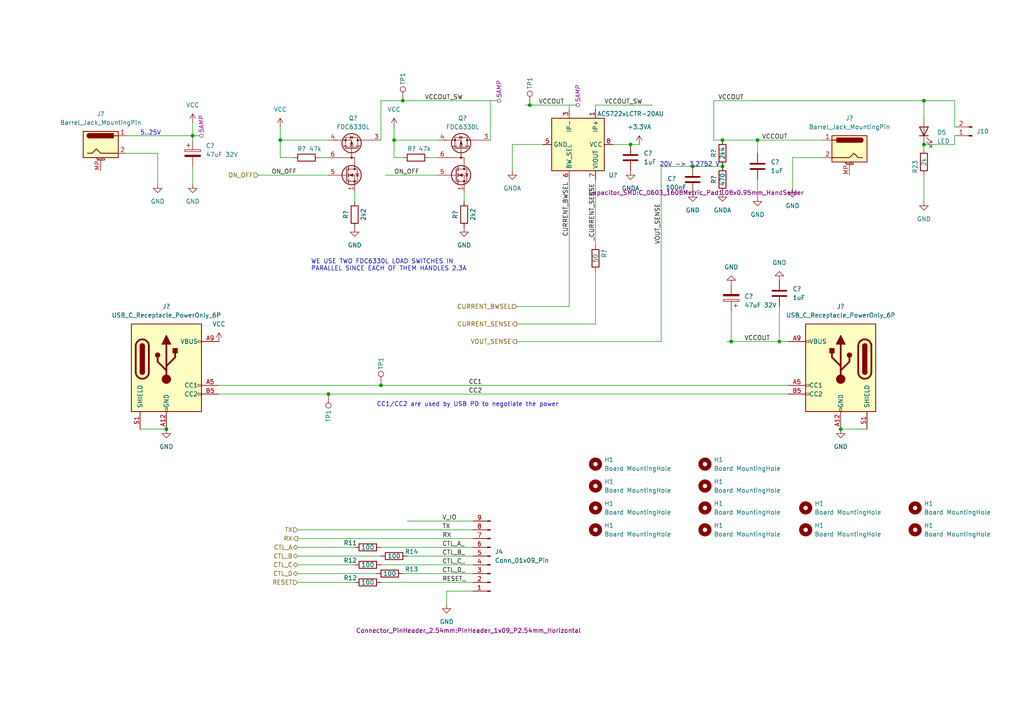
<source format=kicad_sch>
(kicad_sch (version 20230121) (generator eeschema)
  (paper "A4")
  (title_block (title "Board control") (date "2023-06-13") (rev "1.0.0") (company "Red Hat Inc.") (comment 1 "Emerging Technologies"))
  (lib_symbols
    (symbol "Connector:Barrel_Jack_MountingPin" (pin_names hide)
      (property "Reference" "J" (at 0 5.334 0))
      (property "Value" "Barrel_Jack_MountingPin" (at 1.27 -6.35 0))
      (symbol "Barrel_Jack_MountingPin_0_1"
        (rectangle (start -5.08 3.81) (end 5.08 -3.81) (stroke (width 0.254)) (fill (type background)))
        (arc (start -3.302 3.175) (mid -3.9343 2.54) (end -3.302 1.905) (stroke (width 0.254)))
        (arc (start -3.302 3.175) (mid -3.9343 2.54) (end -3.302 1.905) (stroke (width 0.254)) (fill (type outline)))
        (polyline (pts (xy 5.08 2.54) (xy 3.81 2.54)) (stroke (width 0.254)))
        (polyline (pts (xy -3.81 -2.54) (xy -2.54 -2.54) (xy -1.27 -1.27) (xy 0 -2.54) (xy 2.54 -2.54) (xy 5.08 -2.54)) (stroke (width 0.254)))
        (rectangle (start 3.683 3.175) (end -3.302 1.905) (stroke (width 0.254)) (fill (type outline)))
      )
      (symbol "Barrel_Jack_MountingPin_1_1"
        (polyline (pts (xy -1.016 -4.572) (xy 1.016 -4.572)) (stroke (width 0.1524)))
        (text "Mounting" (at 0 -4.191 0) (effects (font (size 0.381 0.381))))
        (pin passive line (at 7.62 2.54 180) (length 2.54) (name "~") (number "1"))
        (pin passive line (at 7.62 -2.54 180) (length 2.54) (name "~") (number "2"))
        (pin passive line (at 0 -7.62 90) (length 3.048) (name "MountPin") (number "MP"))
      )
    )
    (symbol "Connector:Conn_01x02_Pin" (pin_names (offset 1.016) hide)
      (property "Reference" "J" (at 0 2.54 0))
      (property "Value" "Conn_01x02_Pin" (at 0 -5.08 0))
      (symbol "Conn_01x02_Pin_1_1"
        (polyline (pts (xy 1.27 -2.54) (xy 0.8636 -2.54)) (stroke (width 0.1524)))
        (polyline (pts (xy 1.27 0) (xy 0.8636 0)) (stroke (width 0.1524)))
        (rectangle (start 0.8636 -2.413) (end 0 -2.667) (stroke (width 0.1524)) (fill (type outline)))
        (rectangle (start 0.8636 0.127) (end 0 -0.127) (stroke (width 0.1524)) (fill (type outline)))
        (pin passive line (at 5.08 0 180) (length 3.81) (name "Pin_1") (number "1"))
        (pin passive line (at 5.08 -2.54 180) (length 3.81) (name "Pin_2") (number "2"))
      )
    )
    (symbol "Connector:Conn_01x09_Pin" (pin_names (offset 1.016) hide)
      (property "Reference" "J" (at 0 12.7 0))
      (property "Value" "Conn_01x09_Pin" (at 0 -12.7 0))
      (symbol "Conn_01x09_Pin_1_1"
        (polyline (pts (xy 1.27 -10.16) (xy 0.8636 -10.16)) (stroke (width 0.1524)))
        (polyline (pts (xy 1.27 -7.62) (xy 0.8636 -7.62)) (stroke (width 0.1524)))
        (polyline (pts (xy 1.27 -5.08) (xy 0.8636 -5.08)) (stroke (width 0.1524)))
        (polyline (pts (xy 1.27 -2.54) (xy 0.8636 -2.54)) (stroke (width 0.1524)))
        (polyline (pts (xy 1.27 0) (xy 0.8636 0)) (stroke (width 0.1524)))
        (polyline (pts (xy 1.27 2.54) (xy 0.8636 2.54)) (stroke (width 0.1524)))
        (polyline (pts (xy 1.27 5.08) (xy 0.8636 5.08)) (stroke (width 0.1524)))
        (polyline (pts (xy 1.27 7.62) (xy 0.8636 7.62)) (stroke (width 0.1524)))
        (polyline (pts (xy 1.27 10.16) (xy 0.8636 10.16)) (stroke (width 0.1524)))
        (rectangle (start 0.8636 -10.033) (end 0 -10.287) (stroke (width 0.1524)) (fill (type outline)))
        (rectangle (start 0.8636 -7.493) (end 0 -7.747) (stroke (width 0.1524)) (fill (type outline)))
        (rectangle (start 0.8636 -4.953) (end 0 -5.207) (stroke (width 0.1524)) (fill (type outline)))
        (rectangle (start 0.8636 -2.413) (end 0 -2.667) (stroke (width 0.1524)) (fill (type outline)))
        (rectangle (start 0.8636 0.127) (end 0 -0.127) (stroke (width 0.1524)) (fill (type outline)))
        (rectangle (start 0.8636 2.667) (end 0 2.413) (stroke (width 0.1524)) (fill (type outline)))
        (rectangle (start 0.8636 5.207) (end 0 4.953) (stroke (width 0.1524)) (fill (type outline)))
        (rectangle (start 0.8636 7.747) (end 0 7.493) (stroke (width 0.1524)) (fill (type outline)))
        (rectangle (start 0.8636 10.287) (end 0 10.033) (stroke (width 0.1524)) (fill (type outline)))
        (pin passive line (at 5.08 10.16 180) (length 3.81) (name "Pin_1") (number "1"))
        (pin passive line (at 5.08 7.62 180) (length 3.81) (name "Pin_2") (number "2"))
        (pin passive line (at 5.08 5.08 180) (length 3.81) (name "Pin_3") (number "3"))
        (pin passive line (at 5.08 2.54 180) (length 3.81) (name "Pin_4") (number "4"))
        (pin passive line (at 5.08 0 180) (length 3.81) (name "Pin_5") (number "5"))
        (pin passive line (at 5.08 -2.54 180) (length 3.81) (name "Pin_6") (number "6"))
        (pin passive line (at 5.08 -5.08 180) (length 3.81) (name "Pin_7") (number "7"))
        (pin passive line (at 5.08 -7.62 180) (length 3.81) (name "Pin_8") (number "8"))
        (pin passive line (at 5.08 -10.16 180) (length 3.81) (name "Pin_9") (number "9"))
      )
    )
    (symbol "Connector:TestPoint" (pin_numbers hide) (pin_names (offset 0.762) hide)
      (property "Reference" "TP" (at 0 6.858 0))
      (property "Value" "TestPoint" (at 0 5.08 0))
      (symbol "TestPoint_0_1"
        (circle (center 0 3.302) (radius 0.762))
      )
      (symbol "TestPoint_1_1"
        (pin passive line (at 0 0 90) (length 2.54) (name "1") (number "1"))
      )
    )
    (symbol "Connector:USB_C_Receptacle_PowerOnly_6P" (pin_names (offset 1.016))
      (property "Reference" "J" (at 0 16.51 0))
      (property "Value" "USB_C_Receptacle_PowerOnly_6P" (at 0 13.97 0))
      (symbol "USB_C_Receptacle_PowerOnly_6P_0_0"
        (rectangle (start -0.254 -12.7) (end 0.254 -11.684))
        (rectangle (start 10.16 -7.366) (end 9.144 -7.874))
        (rectangle (start 10.16 -4.826) (end 9.144 -5.334))
        (rectangle (start 10.16 7.874) (end 9.144 7.366))
      )
      (symbol "USB_C_Receptacle_PowerOnly_6P_0_1"
        (rectangle (start -10.16 12.7) (end 10.16 -12.7) (stroke (width 0.254)) (fill (type background)))
        (arc (start -8.89 -1.27) (mid -6.985 -3.1667) (end -5.08 -1.27) (stroke (width 0.508)))
        (arc (start -7.62 -1.27) (mid -6.985 -1.9023) (end -6.35 -1.27) (stroke (width 0.254)))
        (arc (start -7.62 -1.27) (mid -6.985 -1.9023) (end -6.35 -1.27) (stroke (width 0.254)) (fill (type outline)))
        (rectangle (start -7.62 -1.27) (end -6.35 6.35) (stroke (width 0.254)) (fill (type outline)))
        (arc (start -6.35 6.35) (mid -6.985 6.9823) (end -7.62 6.35) (stroke (width 0.254)))
        (arc (start -6.35 6.35) (mid -6.985 6.9823) (end -7.62 6.35) (stroke (width 0.254)) (fill (type outline)))
        (arc (start -5.08 6.35) (mid -6.985 8.2467) (end -8.89 6.35) (stroke (width 0.508)))
        (circle (center -2.54 3.683) (radius 0.635) (stroke (width 0.254)) (fill (type outline)))
        (circle (center 0 -3.302) (radius 1.27) (fill (type outline)))
        (polyline (pts (xy -8.89 -1.27) (xy -8.89 6.35)) (stroke (width 0.508)))
        (polyline (pts (xy -5.08 6.35) (xy -5.08 -1.27)) (stroke (width 0.508)))
        (polyline (pts (xy 0 -3.302) (xy 0 6.858)) (stroke (width 0.508)))
        (polyline (pts (xy 0 -0.762) (xy -2.54 1.778) (xy -2.54 3.048)) (stroke (width 0.508)))
        (polyline (pts (xy 0 0.508) (xy 2.54 3.048) (xy 2.54 4.318)) (stroke (width 0.508)))
        (polyline (pts (xy -1.27 6.858) (xy 0 9.398) (xy 1.27 6.858) (xy -1.27 6.858)) (stroke (width 0.254)) (fill (type outline)))
        (rectangle (start 1.905 4.318) (end 3.175 5.588) (stroke (width 0.254)) (fill (type outline)))
      )
      (symbol "USB_C_Receptacle_PowerOnly_6P_1_1"
        (pin passive line (at 0 -17.78 90) (length 5.08) (name "GND") (number "A12"))
        (pin bidirectional line (at 15.24 -5.08 180) (length 5.08) (name "CC1") (number "A5"))
        (pin passive line (at 15.24 7.62 180) (length 5.08) (name "VBUS") (number "A9"))
        (pin passive line (at 0 -17.78 90) (length 5.08) hide (name "GND") (number "B12"))
        (pin bidirectional line (at 15.24 -7.62 180) (length 5.08) (name "CC2") (number "B5"))
        (pin passive line (at 15.24 7.62 180) (length 5.08) hide (name "VBUS") (number "B9"))
        (pin passive line (at -7.62 -17.78 90) (length 5.08) (name "SHIELD") (number "S1"))
      )
    )
    (symbol "Device:C" (pin_numbers hide) (pin_names (offset 0.254))
      (property "Reference" "C" (at 0.635 2.54 0))
      (property "Value" "C" (at 0.635 -2.54 0))
      (symbol "C_0_1"
        (polyline (pts (xy -2.032 -0.762) (xy 2.032 -0.762)) (stroke (width 0.508)))
        (polyline (pts (xy -2.032 0.762) (xy 2.032 0.762)) (stroke (width 0.508)))
      )
      (symbol "C_1_1"
        (pin passive line (at 0 3.81 270) (length 2.794) (name "~") (number "1"))
        (pin passive line (at 0 -3.81 90) (length 2.794) (name "~") (number "2"))
      )
    )
    (symbol "Device:C_Polarized" (pin_numbers hide) (pin_names (offset 0.254))
      (property "Reference" "C" (at 0.635 2.54 0))
      (property "Value" "C_Polarized" (at 0.635 -2.54 0))
      (symbol "C_Polarized_0_1"
        (rectangle (start -2.286 0.508) (end 2.286 1.016))
        (polyline (pts (xy -1.778 2.286) (xy -0.762 2.286)))
        (polyline (pts (xy -1.27 2.794) (xy -1.27 1.778)))
        (rectangle (start 2.286 -0.508) (end -2.286 -1.016) (fill (type outline)))
      )
      (symbol "C_Polarized_1_1"
        (pin passive line (at 0 3.81 270) (length 2.794) (name "~") (number "1"))
        (pin passive line (at 0 -3.81 90) (length 2.794) (name "~") (number "2"))
      )
    )
    (symbol "Device:LED" (pin_numbers hide) (pin_names (offset 1.016) hide)
      (property "Reference" "D" (at 0 2.54 0))
      (property "Value" "LED" (at 0 -2.54 0))
      (symbol "LED_0_1"
        (polyline (pts (xy -1.27 -1.27) (xy -1.27 1.27)) (stroke (width 0.254)))
        (polyline (pts (xy -1.27 0) (xy 1.27 0)))
        (polyline (pts (xy 1.27 -1.27) (xy 1.27 1.27) (xy -1.27 0) (xy 1.27 -1.27)) (stroke (width 0.254)))
        (polyline (pts (xy -3.048 -0.762) (xy -4.572 -2.286) (xy -3.81 -2.286) (xy -4.572 -2.286) (xy -4.572 -1.524)))
        (polyline (pts (xy -1.778 -0.762) (xy -3.302 -2.286) (xy -2.54 -2.286) (xy -3.302 -2.286) (xy -3.302 -1.524)))
      )
      (symbol "LED_1_1"
        (pin passive line (at -3.81 0 0) (length 2.54) (name "K") (number "1"))
        (pin passive line (at 3.81 0 180) (length 2.54) (name "A") (number "2"))
      )
    )
    (symbol "Device:R" (pin_numbers hide) (pin_names (offset 0))
      (property "Reference" "R" (at 2.032 0 90))
      (property "Value" "R" (at 0 0 90))
      (symbol "R_0_1"
        (rectangle (start -1.016 -2.54) (end 1.016 2.54) (stroke (width 0.254)))
      )
      (symbol "R_1_1"
        (pin passive line (at 0 3.81 270) (length 1.27) (name "~") (number "1"))
        (pin passive line (at 0 -3.81 90) (length 1.27) (name "~") (number "2"))
      )
    )
    (symbol "Mechanical:MountingHole" (pin_names (offset 1.016))
      (property "Reference" "H" (at 0 5.08 0))
      (property "Value" "MountingHole" (at 0 3.175 0))
      (symbol "MountingHole_0_1"
        (circle (center 0 0) (radius 1.27) (stroke (width 1.27)))
      )
    )
    (symbol "Sensor_Current:ACS722xLCTR-20AU"
      (property "Reference" "U" (at 2.54 11.43 0))
      (property "Value" "ACS722xLCTR-20AU" (at 2.54 8.89 0))
      (symbol "ACS722xLCTR-20AU_0_1"
        (rectangle (start -7.62 7.62) (end 7.62 -7.62) (stroke (width 0.254)) (fill (type background)))
      )
      (symbol "ACS722xLCTR-20AU_1_1"
        (pin passive line (at -10.16 5.08 0) (length 2.54) (name "IP+") (number "1"))
        (pin passive line (at -10.16 5.08 0) (length 2.54) hide (name "IP+") (number "2"))
        (pin passive line (at -10.16 -2.54 0) (length 2.54) (name "IP-") (number "3"))
        (pin passive line (at -10.16 -2.54 0) (length 2.54) hide (name "IP-") (number "4"))
        (pin power_in line (at 0 -10.16 90) (length 2.54) (name "GND") (number "5"))
        (pin input line (at 10.16 -2.54 180) (length 2.54) (name "BW_SEL") (number "6"))
        (pin output line (at 10.16 5.08 180) (length 2.54) (name "VIOUT") (number "7"))
        (pin power_in line (at 0 10.16 270) (length 2.54) (name "VCC") (number "8"))
      )
    )
    (symbol "Transistor_FET:FDC6330L" (pin_names hide)
      (property "Reference" "Q" (at 3.175 -1.27 0))
      (property "Value" "FDC6330L" (at 3.175 -3.81 0))
      (symbol "FDC6330L_0_1"
        (circle (center -0.889 -2.54) (radius 2.794) (stroke (width 0.254)))
        (circle (center 0 -4.318) (radius 0.254) (fill (type outline)))
        (circle (center 0 -0.762) (radius 0.254) (fill (type outline)))
        (polyline (pts (xy -2.286 -2.54) (xy -5.08 -2.54)))
        (polyline (pts (xy -2.286 -0.635) (xy -2.286 -4.445)) (stroke (width 0.254)))
        (polyline (pts (xy -1.778 -3.81) (xy -1.778 -4.826)) (stroke (width 0.254)))
        (polyline (pts (xy -1.778 -2.032) (xy -1.778 -3.048)) (stroke (width 0.254)))
        (polyline (pts (xy -1.778 -0.254) (xy -1.778 -1.27)) (stroke (width 0.254)))
        (polyline (pts (xy 0 0) (xy 0 -0.762)))
        (polyline (pts (xy 5.08 7.62) (xy 1.651 7.62)))
        (polyline (pts (xy -5.08 2.54) (xy 0 2.54) (xy 0 0)))
        (polyline (pts (xy 0 -5.08) (xy 0 -2.54) (xy -1.778 -2.54)))
        (polyline (pts (xy -1.778 -4.318) (xy 0.762 -4.318) (xy 0.762 -0.762) (xy -1.778 -0.762)))
      )
      (symbol "FDC6330L_1_1"
        (circle (center -2.667 7.62) (radius 0.254) (fill (type outline)))
        (circle (center -0.889 2.54) (radius 0.254) (fill (type outline)))
        (circle (center -0.889 6.731) (radius 2.794) (stroke (width 0.254)))
        (polyline (pts (xy -3.175 7.62) (xy -5.969 7.62)))
        (polyline (pts (xy -2.159 5.842) (xy -3.175 5.842)) (stroke (width 0.254)))
        (polyline (pts (xy -0.889 5.334) (xy -0.889 2.54)))
        (polyline (pts (xy -0.381 5.842) (xy -1.397 5.842)) (stroke (width 0.254)))
        (polyline (pts (xy 1.016 5.334) (xy -2.794 5.334)) (stroke (width 0.254)))
        (polyline (pts (xy 1.397 5.842) (xy 0.381 5.842)) (stroke (width 0.254)))
        (polyline (pts (xy 1.651 7.62) (xy 0.889 7.62)))
        (polyline (pts (xy -3.429 7.62) (xy -0.889 7.62) (xy -0.889 5.842)))
        (polyline (pts (xy -2.667 5.842) (xy -2.667 8.382) (xy 0.889 8.382) (xy 0.889 5.842)))
        (polyline (pts (xy -1.524 -2.54) (xy -0.508 -2.159) (xy -0.508 -2.921) (xy -1.524 -2.54)) (fill (type outline)))
        (polyline (pts (xy -1.397 7.874) (xy -1.27 8.001) (xy -1.27 8.763) (xy -1.143 8.89)))
        (polyline (pts (xy -1.27 8.382) (xy -0.635 8.001) (xy -0.635 8.763) (xy -1.27 8.382)))
        (polyline (pts (xy -0.889 7.366) (xy -0.508 6.35) (xy -1.27 6.35) (xy -0.889 7.366)) (fill (type outline)))
        (polyline (pts (xy 0.254 -2.032) (xy 0.381 -2.159) (xy 1.143 -2.159) (xy 1.27 -2.286)))
        (polyline (pts (xy 0.762 -2.159) (xy 0.381 -2.794) (xy 1.143 -2.794) (xy 0.762 -2.159)))
        (circle (center 0.889 7.62) (radius 0.254) (fill (type outline)))
        (pin passive line (at 0 -7.62 90) (length 2.54) (name "S1") (number "1"))
        (pin passive line (at 7.62 7.62 180) (length 2.54) hide (name "D2") (number "2"))
        (pin passive line (at 7.62 7.62 180) (length 2.54) (name "D2") (number "3"))
        (pin passive line (at -7.62 7.62 0) (length 2.54) (name "S2") (number "4"))
        (pin passive line (at -7.62 -2.54 0) (length 2.54) (name "G1") (number "5"))
        (pin passive line (at -7.62 2.54 0) (length 2.54) (name "D1") (number "6"))
      )
    )
    (symbol "power:+3.3VA" (power) (pin_names (offset 0))
      (property "Value" "+3.3VA" (at 0 3.556 0))
      (symbol "+3.3VA_0_1"
        (polyline (pts (xy -0.762 1.27) (xy 0 2.54)))
        (polyline (pts (xy 0 0) (xy 0 2.54)))
        (polyline (pts (xy 0 2.54) (xy 0.762 1.27)))
      )
      (symbol "+3.3VA_1_1"
        (pin power_in line (at 0 0 90) (length 0) hide (name "+3.3VA") (number "1"))
      )
    )
    (symbol "power:GND" (power) (pin_names (offset 0))
      (property "Value" "GND" (at 0 -3.81 0))
      (symbol "GND_0_1"
        (polyline (pts (xy 0 0) (xy 0 -1.27) (xy 1.27 -1.27) (xy 0 -2.54) (xy -1.27 -1.27) (xy 0 -1.27)))
      )
      (symbol "GND_1_1"
        (pin power_in line (at 0 0 270) (length 0) hide (name "GND") (number "1"))
      )
    )
    (symbol "power:GNDA" (power) (pin_names (offset 0))
      (property "Value" "GNDA" (at 0 -3.81 0))
      (symbol "GNDA_0_1"
        (polyline (pts (xy 0 0) (xy 0 -1.27) (xy 1.27 -1.27) (xy 0 -2.54) (xy -1.27 -1.27) (xy 0 -1.27)))
      )
      (symbol "GNDA_1_1"
        (pin power_in line (at 0 0 270) (length 0) hide (name "GNDA") (number "1"))
      )
    )
    (symbol "power:VCC" (power) (pin_names (offset 0))
      (property "Value" "VCC" (at 0 3.81 0))
      (symbol "VCC_0_1"
        (polyline (pts (xy -0.762 1.27) (xy 0 2.54)))
        (polyline (pts (xy 0 0) (xy 0 2.54)))
        (polyline (pts (xy 0 2.54) (xy 0.762 1.27)))
      )
      (symbol "VCC_1_1"
        (pin power_in line (at 0 0 90) (length 0) hide (name "VCC") (number "1"))
      )
    )
  )
  (junction (at 114.3 40.64))
  (junction (at 267.97 29.21))
  (junction (at 153.67 30.48))
  (junction (at 95.25 114.3))
  (junction (at 110.49 111.76))
  (junction (at 226.06 99.06))
  (junction (at 116.84 29.21))
  (junction (at 81.28 40.64))
  (junction (at 209.55 48.26))
  (junction (at 200.914 48.26))
  (junction (at 212.09 99.06))
  (junction (at 219.71 40.64))
  (junction (at 243.84 124.46))
  (junction (at 55.88 39.37))
  (junction (at 267.97 41.91))
  (junction (at 48.26 124.46))
  (junction (at 182.88 41.91))
  (junction (at 209.55 40.64))
  (wire (pts (xy 116.84 29.21) (xy 142.24 29.21)))
  (wire (pts (xy 243.84 124.46) (xy 251.46 124.46)))
  (wire (pts (xy 177.8 41.91) (xy 182.88 41.91)))
  (wire (pts (xy 102.87 55.88) (xy 102.87 58.42)))
  (wire (pts (xy 118.11 151.13) (xy 137.16 151.13)))
  (wire (pts (xy 55.88 35.56) (xy 55.88 39.37)))
  (wire (pts (xy 86.36 163.83) (xy 102.87 163.83)))
  (wire (pts (xy 153.67 30.48) (xy 165.1 30.48)))
  (wire (pts (xy 165.1 52.07) (xy 165.1 88.9)))
  (wire (pts (xy 182.88 41.91) (xy 185.42 41.91)))
  (wire (pts (xy 137.16 171.45) (xy 129.54 171.45)))
  (wire (pts (xy 86.36 156.21) (xy 137.16 156.21)))
  (wire (pts (xy 36.83 44.45) (xy 45.72 44.45)))
  (wire (pts (xy 212.09 90.17) (xy 212.09 99.06)))
  (wire (pts (xy 276.86 39.37) (xy 276.86 41.91)))
  (wire (pts (xy 111.76 50.8) (xy 127 50.8)))
  (wire (pts (xy 276.86 36.83) (xy 276.86 29.21)))
  (wire (pts (xy 81.28 40.64) (xy 81.28 36.83)))
  (wire (pts (xy 207.01 29.21) (xy 207.01 40.64)))
  (wire (pts (xy 207.01 29.21) (xy 267.97 29.21)))
  (wire (pts (xy 81.28 45.72) (xy 81.28 40.64)))
  (wire (pts (xy 267.97 34.29) (xy 267.97 29.21)))
  (wire (pts (xy 55.88 48.26) (xy 55.88 53.34)))
  (wire (pts (xy 212.09 99.06) (xy 226.06 99.06)))
  (wire (pts (xy 86.36 161.29) (xy 110.49 161.29)))
  (wire (pts (xy 45.72 44.45) (xy 45.72 53.34)))
  (wire (pts (xy 110.49 40.64) (xy 110.49 29.21)))
  (wire (pts (xy 172.72 52.07) (xy 172.72 71.12)))
  (wire (pts (xy 134.62 55.88) (xy 134.62 58.42)))
  (wire (pts (xy 114.3 45.72) (xy 114.3 40.64)))
  (wire (pts (xy 63.5 114.3) (xy 95.25 114.3)))
  (wire (pts (xy 172.72 31.75) (xy 172.72 30.48)))
  (wire (pts (xy 124.46 45.72) (xy 127 45.72)))
  (wire (pts (xy 209.55 48.26) (xy 200.914 48.26)))
  (wire (pts (xy 157.48 41.91) (xy 148.59 41.91)))
  (wire (pts (xy 129.54 171.45) (xy 129.54 175.26)))
  (wire (pts (xy 114.3 36.83) (xy 114.3 40.64)))
  (wire (pts (xy 276.86 41.91) (xy 267.97 41.91)))
  (wire (pts (xy 165.1 31.75) (xy 165.1 30.48)))
  (wire (pts (xy 74.93 50.8) (xy 95.25 50.8)))
  (wire (pts (xy 55.88 39.37) (xy 55.88 40.64)))
  (wire (pts (xy 191.77 99.06) (xy 149.86 99.06)))
  (wire (pts (xy 118.11 161.29) (xy 137.16 161.29)))
  (wire (pts (xy 267.97 50.8) (xy 267.97 58.42)))
  (wire (pts (xy 191.77 48.26) (xy 200.914 48.26)))
  (wire (pts (xy 207.01 40.64) (xy 209.55 40.64)))
  (wire (pts (xy 110.49 111.76) (xy 228.6 111.76)))
  (wire (pts (xy 110.49 29.21) (xy 116.84 29.21)))
  (wire (pts (xy 219.71 40.64) (xy 238.76 40.64)))
  (wire (pts (xy 86.36 168.91) (xy 102.87 168.91)))
  (wire (pts (xy 267.97 41.91) (xy 267.97 43.18)))
  (wire (pts (xy 116.84 45.72) (xy 114.3 45.72)))
  (wire (pts (xy 116.84 166.37) (xy 137.16 166.37)))
  (wire (pts (xy 219.71 52.07) (xy 219.71 57.15)))
  (wire (pts (xy 191.77 48.26) (xy 191.77 99.06)))
  (wire (pts (xy 114.3 40.64) (xy 127 40.64)))
  (wire (pts (xy 148.59 41.91) (xy 148.59 49.53)))
  (wire (pts (xy 172.72 93.98) (xy 172.72 78.74)))
  (wire (pts (xy 36.83 39.37) (xy 55.88 39.37)))
  (wire (pts (xy 152.4 30.48) (xy 153.67 30.48)))
  (wire (pts (xy 149.86 88.9) (xy 165.1 88.9)))
  (wire (pts (xy 219.71 40.64) (xy 219.71 44.45)))
  (wire (pts (xy 172.72 30.48) (xy 189.23 30.48)))
  (wire (pts (xy 142.24 29.21) (xy 142.24 40.64)))
  (wire (pts (xy 85.09 45.72) (xy 81.28 45.72)))
  (wire (pts (xy 63.5 111.76) (xy 110.49 111.76)))
  (wire (pts (xy 81.28 40.64) (xy 95.25 40.64)))
  (wire (pts (xy 238.76 45.72) (xy 229.87 45.72)))
  (wire (pts (xy 110.49 163.83) (xy 137.16 163.83)))
  (wire (pts (xy 210.82 99.06) (xy 212.09 99.06)))
  (wire (pts (xy 92.71 45.72) (xy 95.25 45.72)))
  (wire (pts (xy 226.06 88.9) (xy 226.06 99.06)))
  (wire (pts (xy 40.64 124.46) (xy 48.26 124.46)))
  (wire (pts (xy 110.49 168.91) (xy 137.16 168.91)))
  (wire (pts (xy 149.86 93.98) (xy 172.72 93.98)))
  (wire (pts (xy 276.86 29.21) (xy 267.97 29.21)))
  (wire (pts (xy 95.25 114.3) (xy 228.6 114.3)))
  (wire (pts (xy 86.36 158.75) (xy 102.87 158.75)))
  (wire (pts (xy 86.36 166.37) (xy 109.22 166.37)))
  (wire (pts (xy 228.6 99.06) (xy 226.06 99.06)))
  (wire (pts (xy 110.49 158.75) (xy 137.16 158.75)))
  (wire (pts (xy 229.87 45.72) (xy 229.87 54.61)))
  (wire (pts (xy 86.36 153.67) (xy 137.16 153.67)))
  (wire (pts (xy 209.55 40.64) (xy 219.71 40.64)))
  (text "WE USE TWO FDC6330L LOAD SWITCHES IN\nPARALLEL SINCE EACH OF THEM HANDLES 2.3A" (at 90.17 78.74 0) (effects (font (size 1.27 1.27)) (justify left bottom)))
  (text "5..25V" (at 40.64 39.37 0) (effects (font (size 1.27 1.27)) (justify left bottom)))
  (text "CC1/CC2 are used by USB PD to negotiate the power\n" (at 109.22 118.11 0) (effects (font (size 1.27 1.27)) (justify left bottom)))
  (text "20V -> 3,2752 V" (at 191.262 48.514 0) (effects (font (size 1.27 1.27)) (justify left bottom)))
  (label "VCCOUT_SW" (at 175.26 30.48 0))
  (label "CTL_A_" (at 128.27 158.75 0))
  (label "V_IO" (at 128.27 151.13 0))
  (label "VCCOUT" (at 156.21 30.48 0))
  (label "VCCOUT" (at 215.9 99.06 0))
  (label "CTL_C_" (at 128.27 163.83 0))
  (label "CTL_B_" (at 128.27 161.29 0))
  (label "RESET_" (at 128.27 168.91 0))
  (label "TX" (at 128.27 153.67 0))
  (label "RX" (at 128.27 156.21 0))
  (label "CURRENT_BWSEL" (at 165.1 68.58 90))
  (label "VCCOUT" (at 220.98 40.64 0))
  (label "VCCOUT" (at 208.28 29.21 0))
  (label "_CURRENT_SENSE" (at 172.72 69.85 90))
  (label "ON_OFF" (at 114.3 50.8 0))
  (label "CC2" (at 135.89 114.3 0))
  (label "CTL_D_" (at 128.27 166.37 0))
  (label "ON_OFF" (at 78.74 50.8 0))
  (label "VOUT_SENSE" (at 191.77 70.866 90))
  (label "VCCOUT_SW" (at 123.19 29.21 0))
  (label "CC1" (at 135.89 111.76 0))
  (hierarchical_label "CTL_A" (shape bidirectional) (at 86.36 158.75 180))
  (hierarchical_label "CTL_C" (shape bidirectional) (at 86.36 163.83 180))
  (hierarchical_label "RESET" (shape input) (at 86.36 168.91 180))
  (hierarchical_label "CTL_D" (shape bidirectional) (at 86.36 166.37 180))
  (hierarchical_label "CURRENT_SENSE" (shape output) (at 149.86 93.98 180))
  (hierarchical_label "CTL_B" (shape bidirectional) (at 86.36 161.29 180))
  (hierarchical_label "TX" (shape input) (at 86.36 153.67 180))
  (hierarchical_label "CURRENT_BWSEL" (shape input) (at 149.86 88.9 180))
  (hierarchical_label "VOUT_SENSE" (shape output) (at 149.86 99.06 180))
  (hierarchical_label "RX" (shape output) (at 86.36 156.21 180))
  (hierarchical_label "ON_OFF" (shape input) (at 74.93 50.8 180))
  (netclass_flag "" (length 2.54) (shape round) (at 142.24 29.21 270) (property "Netclass" "5AMP" (at 144.78 28.5115 90) (effects (font italic) (justify left))))
  (netclass_flag "" (length 2.54) (shape round) (at 165.1 30.48 270) (property "Netclass" "5AMP" (at 167.64 29.7815 90) (effects (font italic) (justify left))))
  (netclass_flag "" (length 2.54) (shape round) (at 55.88 39.37 270) (property "Netclass" "5AMP" (at 58.42 38.6715 90) (effects (font italic) (justify left))))
  (symbol (lib_id "power:GND") (at 243.84 124.46 0) (unit 1)
    (property "Reference" "#PWR?" (effects hide))
    (property "Value" "GND" (at 243.84 129.54 0))
    (instances (project "jumpstarter" (path "" (reference "#PWR?") (unit 1)) (path "" (reference "#PWR044") (unit 1))))
  )
  (symbol (lib_id "Connector:TestPoint") (at 95.25 114.3 180) (unit 1)
    (property "Reference" "TP1" (at 95.25 120.65 90))
    (property "Value" "TestPoint" (effects hide))
    (property "Footprint" "TestPoint:TestPoint_Pad_D1.0mm" (effects hide))
    (instances (project "jumpstarter" (path "" (reference "TP1") (unit 1)) (path "" (reference "TP13") (unit 1))))
  )
  (symbol (lib_id "Device:R") (at 113.03 166.37 90) (unit 1)
    (property "Reference" "R13" (at 119.38 165.1 90))
    (property "Value" "100" (at 113.03 166.37 90))
    (property "Footprint" "Resistor_SMD:R_0603_1608Metric" (effects hide))
  )
  (symbol (lib_id "power:GND") (at 200.914 55.88 0) (unit 1)
    (property "Reference" "#PWR?" (effects hide))
    (property "Value" "GND" (at 200.914 60.96 0))
    (instances (project "jumpstarter" (path "" (reference "#PWR?") (unit 1)) (path "" (reference "#PWR045") (unit 1))))
  )
  (symbol (lib_id "power:GNDA") (at 209.55 55.88 0) (unit 1)
    (property "Reference" "#PWR?" (effects hide))
    (property "Value" "GNDA" (at 209.55 60.96 0))
    (instances (project "jumpstarter" (path "" (reference "#PWR?") (unit 1)) (path "" (reference "#PWR024") (unit 1))))
  )
  (symbol (lib_id "Mechanical:MountingHole") (at 265.43 147.32 0) (unit 1)
    (property "Reference" "H1" (at 267.97 146.05 0) (effects (justify left)))
    (property "Value" "Board MountingHole" (at 267.97 148.59 0) (effects (justify left)))
    (property "Footprint" "MountingHole:MountingHole_2.7mm_M2.5_Pad_Via" (effects hide))
    (instances (project "jumpstarter" (path "" (reference "H1") (unit 1)) (path "" (reference "H15") (unit 1))))
  )
  (symbol (lib_id "power:GND") (at 134.62 66.04 0) (unit 1)
    (property "Reference" "#PWR?" (effects hide))
    (property "Value" "GND" (at 134.62 71.12 0))
    (instances (project "jumpstarter" (path "" (reference "#PWR?") (unit 1)) (path "" (reference "#PWR020") (unit 1))))
  )
  (symbol (lib_id "Device:C") (at 226.06 85.09 0) (unit 1)
    (property "Reference" "C?" (at 229.87 83.82 0) (effects (justify left)))
    (property "Value" "1uF" (at 229.87 86.36 0) (effects (justify left)))
    (property "Footprint" "Capacitor_SMD:C_0603_1608Metric_Pad1.08x0.95mm_HandSolder" (effects hide))
    (instances (project "jumpstarter" (path "" (reference "C?") (unit 1)) (path "" (reference "C12") (unit 1))))
  )
  (symbol (lib_id "Connector:Conn_01x02_Pin") (at 281.94 39.37 180) (unit 1)
    (property "Reference" "J10" (at 283.21 38.1 0) (effects (justify right)))
    (property "Value" "Conn_01x02_Pin" (effects hide))
    (property "Footprint" "Connector_PinHeader_2.54mm:PinHeader_1x02_P2.54mm_Vertical" (effects hide))
    (instances (project "jumpstarter" (path "" (reference "J10") (unit 1)) (path "" (reference "J16") (unit 1))))
  )
  (symbol (lib_id "Device:R") (at 209.55 44.45 180) (unit 1)
    (property "Reference" "R?" (at 207.01 44.45 90))
    (property "Value" "2k4" (at 209.55 44.45 90))
    (property "Footprint" "Resistor_SMD:R_0603_1608Metric" (effects hide))
    (instances (project "jumpstarter" (path "" (reference "R?") (unit 1)) (path "" (reference "R8") (unit 1))))
  )
  (symbol (lib_id "Mechanical:MountingHole") (at 172.72 153.67 0) (unit 1)
    (property "Reference" "H1" (at 175.26 152.4 0) (effects (justify left)))
    (property "Value" "Board MountingHole" (at 175.26 154.94 0) (effects (justify left)))
    (property "Footprint" "MountingHole:MountingHole_2.7mm_M2.5_Pad_Via" (effects hide))
    (instances (project "jumpstarter" (path "" (reference "H1") (unit 1)) (path "" (reference "H7") (unit 1))))
  )
  (symbol (lib_id "power:VCC") (at 114.3 36.83 0) (unit 1)
    (property "Reference" "#PWR?" (effects hide))
    (property "Value" "VCC" (at 114.3 31.75 0))
    (instances (project "jumpstarter" (path "" (reference "#PWR?") (unit 1)) (path "" (reference "#PWR019") (unit 1))))
  )
  (symbol (lib_id "Connector:TestPoint") (at 153.67 30.48 0) (unit 1)
    (property "Reference" "TP1" (at 153.67 24.13 90))
    (property "Value" "TestPoint" (effects hide))
    (property "Footprint" "TestPoint:TestPoint_Pad_D1.0mm" (effects hide))
    (instances (project "jumpstarter" (path "" (reference "TP1") (unit 1)) (path "" (reference "TP11") (unit 1))))
  )
  (symbol (lib_id "Mechanical:MountingHole") (at 172.72 134.62 0) (unit 1)
    (property "Reference" "H1" (at 175.26 133.35 0) (effects (justify left)))
    (property "Value" "Board MountingHole" (at 175.26 135.89 0) (effects (justify left)))
    (property "Footprint" "MountingHole:MountingHole_2.7mm_M2.5_Pad_Via" (effects hide))
    (instances (project "jumpstarter" (path "" (reference "H1") (unit 1)) (path "" (reference "H11") (unit 1))))
  )
  (symbol (lib_id "Transistor_FET:FDC6330L") (at 102.87 48.26 0) (unit 1)
    (property "Reference" "Q?" (at 102.4255 34.29 0))
    (property "Value" "FDC6330L" (at 102.4255 36.83 0))
    (property "Footprint" "Package_TO_SOT_SMD:TSOT-23-6" (effects hide))
    (property "Datasheet" "https://www.onsemi.com/pub/Collateral/FDC6330L-D.PDF" (effects hide))
    (instances (project "jumpstarter" (path "" (reference "Q?") (unit 1)) (path "" (reference "Q1") (unit 1))))
  )
  (symbol (lib_id "Mechanical:MountingHole") (at 204.47 134.62 0) (unit 1)
    (property "Reference" "H1" (at 207.01 133.35 0) (effects (justify left)))
    (property "Value" "Board MountingHole" (at 207.01 135.89 0) (effects (justify left)))
    (property "Footprint" "MountingHole:MountingHole_2.7mm_M2.5_Pad_Via" (effects hide))
    (instances (project "jumpstarter" (path "" (reference "H1") (unit 1)) (path "" (reference "H8") (unit 1))))
  )
  (symbol (lib_id "power:GND") (at 226.06 81.28 180) (unit 1)
    (property "Reference" "#PWR?" (effects hide))
    (property "Value" "GND" (at 226.06 76.2 0))
    (instances (project "jumpstarter" (path "" (reference "#PWR?") (unit 1)) (path "" (reference "#PWR042") (unit 1))))
  )
  (symbol (lib_id "Mechanical:MountingHole") (at 233.68 153.67 0) (unit 1)
    (property "Reference" "H1" (at 236.22 152.4 0) (effects (justify left)))
    (property "Value" "Board MountingHole" (at 236.22 154.94 0) (effects (justify left)))
    (property "Footprint" "MountingHole:MountingHole_2.7mm_M2.5_Pad_Via" (effects hide))
    (instances (project "jumpstarter" (path "" (reference "H1") (unit 1)) (path "" (reference "H14") (unit 1))))
  )
  (symbol (lib_id "Transistor_FET:FDC6330L") (at 134.62 48.26 0) (unit 1)
    (property "Reference" "Q?" (at 134.1755 34.29 0))
    (property "Value" "FDC6330L" (at 134.1755 36.83 0))
    (property "Footprint" "Package_TO_SOT_SMD:TSOT-23-6" (effects hide))
    (property "Datasheet" "https://www.onsemi.com/pub/Collateral/FDC6330L-D.PDF" (effects hide))
    (instances (project "jumpstarter" (path "" (reference "Q?") (unit 1)) (path "" (reference "Q2") (unit 1))))
  )
  (symbol (lib_id "Connector:USB_C_Receptacle_PowerOnly_6P") (at 48.26 106.68 0) (unit 1)
    (property "Reference" "J?" (at 48.26 88.9 0))
    (property "Value" "USB_C_Receptacle_PowerOnly_6P" (at 48.26 91.44 0))
    (property "Footprint" "Connector_USB:USB_C_Receptacle_G-Switch_GT-USB-7010ASV" (effects hide))
    (property "Datasheet" "https://www.usb.org/sites/default/files/documents/usb_type-c.zip" (effects hide))
    (instances (project "jumpstarter" (path "" (reference "J?") (unit 1)) (path "" (reference "J1") (unit 1))))
  )
  (symbol (lib_id "power:GND") (at 45.72 53.34 0) (unit 1)
    (property "Reference" "#PWR?" (effects hide))
    (property "Value" "GND" (at 45.72 58.42 0))
    (instances (project "jumpstarter" (path "" (reference "#PWR?") (unit 1)) (path "" (reference "#PWR01") (unit 1))))
  )
  (symbol (lib_id "Device:R") (at 267.97 46.99 180) (unit 1)
    (property "Reference" "R23" (at 265.43 48.387 90))
    (property "Value" "2k" (at 267.97 46.99 90))
    (property "Footprint" "Resistor_SMD:R_0603_1608Metric" (effects hide))
    (instances (project "jumpstarter" (path "" (reference "R23") (unit 1)) (path "" (reference "R24") (unit 1))))
  )
  (symbol (lib_id "Mechanical:MountingHole") (at 172.72 140.97 0) (unit 1)
    (property "Reference" "H1" (at 175.26 139.7 0) (effects (justify left)))
    (property "Value" "Board MountingHole" (at 175.26 142.24 0) (effects (justify left)))
    (property "Footprint" "MountingHole:MountingHole_2.7mm_M2.5_Pad_Via" (effects hide))
    (instances (project "jumpstarter" (path "" (reference "H1") (unit 1)) (path "" (reference "H5") (unit 1))))
  )
  (symbol (lib_id "Device:R") (at 88.9 45.72 90) (unit 1)
    (property "Reference" "R?" (at 87.503 43.18 90))
    (property "Value" "47k" (at 91.44 43.18 90))
    (property "Footprint" "Resistor_SMD:R_0603_1608Metric" (effects hide))
    (instances (project "jumpstarter" (path "" (reference "R?") (unit 1)) (path "" (reference "R3") (unit 1))))
  )
  (symbol (lib_id "Device:C_Polarized") (at 55.88 44.45 0) (unit 1)
    (property "Reference" "C?" (at 59.69 42.291 0) (effects (justify left)))
    (property "Value" "47uF 32V" (at 59.69 44.831 0) (effects (justify left)))
    (property "Footprint" "Capacitor_SMD:CP_Elec_6.3x5.4_Nichicon" (effects hide))
    (instances (project "jumpstarter" (path "" (reference "C?") (unit 1)) (path "" (reference "C5") (unit 1))))
  )
  (symbol (lib_id "power:GND") (at 229.87 54.61 0) (mirror y) (unit 1)
    (property "Reference" "#PWR?" (effects hide))
    (property "Value" "GND" (at 229.87 59.69 0))
    (instances (project "jumpstarter" (path "" (reference "#PWR?") (unit 1)) (path "" (reference "#PWR026") (unit 1))))
  )
  (symbol (lib_id "Device:C") (at 200.914 52.07 0) (unit 1)
    (property "Reference" "C?" (at 193.548 51.816 0) (effects (justify left)))
    (property "Value" "100nF" (at 193.04 54.356 0) (effects (justify left)))
    (property "Footprint" "Capacitor_SMD:C_0603_1608Metric_Pad1.08x0.95mm_HandSolder" (at 201.8792 55.88 0))
    (instances (project "jumpstarter" (path "" (reference "C?") (unit 1)) (path "" (reference "C13") (unit 1))))
  )
  (symbol (lib_id "power:GND") (at 55.88 53.34 0) (unit 1)
    (property "Reference" "#PWR?" (effects hide))
    (property "Value" "GND" (at 55.88 58.42 0))
    (instances (project "jumpstarter" (path "" (reference "#PWR?") (unit 1)) (path "" (reference "#PWR03") (unit 1))))
  )
  (symbol (lib_id "Device:C") (at 182.88 45.72 0) (unit 1)
    (property "Reference" "C?" (at 186.69 44.45 0) (effects (justify left)))
    (property "Value" "1uF" (at 186.69 46.99 0) (effects (justify left)))
    (property "Footprint" "Capacitor_SMD:C_0603_1608Metric_Pad1.08x0.95mm_HandSolder" (effects hide))
    (instances (project "jumpstarter" (path "" (reference "C?") (unit 1)) (path "" (reference "C6") (unit 1))))
  )
  (symbol (lib_id "Device:R") (at 209.55 52.07 180) (unit 1)
    (property "Reference" "R?" (at 207.01 52.07 90))
    (property "Value" "470" (at 209.55 52.07 90))
    (property "Footprint" "Resistor_SMD:R_0603_1608Metric" (effects hide))
    (instances (project "jumpstarter" (path "" (reference "R?") (unit 1)) (path "" (reference "R9") (unit 1))))
  )
  (symbol (lib_id "Connector:TestPoint") (at 110.49 111.76 0) (unit 1)
    (property "Reference" "TP1" (at 110.49 105.41 90))
    (property "Value" "TestPoint" (effects hide))
    (property "Footprint" "TestPoint:TestPoint_Pad_D1.0mm" (effects hide))
    (instances (project "jumpstarter" (path "" (reference "TP1") (unit 1)) (path "" (reference "TP12") (unit 1))))
  )
  (symbol (lib_id "Device:R") (at 172.72 74.93 0) (unit 1)
    (property "Reference" "R?" (at 175.26 73.533 90))
    (property "Value" "50" (at 172.72 74.93 90))
    (property "Footprint" "Resistor_SMD:R_0603_1608Metric" (effects hide))
    (instances (project "jumpstarter" (path "" (reference "R?") (unit 1)) (path "" (reference "R7") (unit 1))))
  )
  (symbol (lib_id "Connector:Conn_01x09_Pin") (at 142.24 161.29 180) (unit 1)
    (property "Reference" "J4" (at 143.51 160.02 0) (effects (justify right)))
    (property "Value" "Conn_01x09_Pin" (at 143.51 162.56 0) (effects (justify right)))
    (property "Footprint" "Connector_PinHeader_2.54mm:PinHeader_1x09_P2.54mm_Horizontal" (at 135.89 182.88 0))
  )
  (symbol (lib_id "power:VCC") (at 55.88 35.56 0) (unit 1)
    (property "Reference" "#PWR?" (effects hide))
    (property "Value" "VCC" (at 55.88 30.48 0))
    (instances (project "jumpstarter" (path "" (reference "#PWR?") (unit 1)) (path "" (reference "#PWR02") (unit 1))))
  )
  (symbol (lib_id "Connector:Barrel_Jack_MountingPin") (at 29.21 41.91 0) (unit 1)
    (property "Reference" "J?" (at 29.21 33.02 0))
    (property "Value" "Barrel_Jack_MountingPin" (at 29.21 35.56 0))
    (property "Footprint" "Connector_BarrelJack:BarrelJack_Horizontal" (effects hide))
    (instances (project "jumpstarter" (path "" (reference "J?") (unit 1)) (path "" (reference "J2") (unit 1))))
  )
  (symbol (lib_id "power:VCC") (at 81.28 36.83 0) (unit 1)
    (property "Reference" "#PWR?" (effects hide))
    (property "Value" "VCC" (at 81.28 31.75 0))
    (instances (project "jumpstarter" (path "" (reference "#PWR?") (unit 1)) (path "" (reference "#PWR04") (unit 1))))
  )
  (symbol (lib_id "power:GNDA") (at 182.88 49.53 0) (unit 1)
    (property "Reference" "#PWR?" (effects hide))
    (property "Value" "GNDA" (at 182.88 54.61 0))
    (instances (project "jumpstarter" (path "" (reference "#PWR?") (unit 1)) (path "" (reference "#PWR022") (unit 1))))
  )
  (symbol (lib_id "Sensor_Current:ACS722xLCTR-20AU") (at 167.64 41.91 270) (unit 1)
    (property "Reference" "U?" (at 177.8 50.8 90))
    (property "Value" "ACS722xLCTR-20AU" (at 182.88 33.02 90))
    (property "Footprint" "Package_SO:SOIC-8_3.9x4.9mm_P1.27mm" (effects hide))
    (property "Datasheet" "http://www.allegromicro.com/~/media/Files/Datasheets/ACS722-Datasheet.ashx?la=en" (effects hide))
    (instances (project "jumpstarter" (path "" (reference "U?") (unit 1)) (path "" (reference "U4") (unit 1))))
  )
  (symbol (lib_id "power:GND") (at 102.87 66.04 0) (unit 1)
    (property "Reference" "#PWR?" (effects hide))
    (property "Value" "GND" (at 102.87 71.12 0))
    (instances (project "jumpstarter" (path "" (reference "#PWR?") (unit 1)) (path "" (reference "#PWR018") (unit 1))))
  )
  (symbol (lib_id "Connector:Barrel_Jack_MountingPin") (at 246.38 43.18 0) (mirror y) (unit 1)
    (property "Reference" "J?" (at 246.38 34.29 0))
    (property "Value" "Barrel_Jack_MountingPin" (at 246.38 36.83 0))
    (property "Footprint" "Connector_BarrelJack:BarrelJack_Horizontal" (effects hide))
    (instances (project "jumpstarter" (path "" (reference "J?") (unit 1)) (path "" (reference "J3") (unit 1))))
  )
  (symbol (lib_id "Device:R") (at 106.68 168.91 90) (unit 1)
    (property "Reference" "R12" (at 101.6 167.64 90))
    (property "Value" "100" (at 106.68 168.91 90))
    (property "Footprint" "Resistor_SMD:R_0603_1608Metric" (effects hide))
    (instances (project "jumpstarter" (path "" (reference "R12") (unit 1)) (path "" (reference "R31") (unit 1))))
  )
  (symbol (lib_id "Device:C") (at 219.71 48.26 0) (unit 1)
    (property "Reference" "C?" (at 223.52 46.99 0) (effects (justify left)))
    (property "Value" "1uF" (at 223.52 49.53 0) (effects (justify left)))
    (property "Footprint" "Capacitor_SMD:C_0603_1608Metric_Pad1.08x0.95mm_HandSolder" (effects hide))
    (instances (project "jumpstarter" (path "" (reference "C?") (unit 1)) (path "" (reference "C11") (unit 1))))
  )
  (symbol (lib_id "Device:LED") (at 267.97 38.1 90) (unit 1)
    (property "Reference" "D5" (at 271.78 38.4175 90) (effects (justify right)))
    (property "Value" "LED" (at 271.78 40.9575 90) (effects (justify right)))
    (property "Footprint" "LED_SMD:LED_0603_1608Metric" (effects hide))
    (instances (project "jumpstarter" (path "" (reference "D5") (unit 1)) (path "" (reference "D6") (unit 1))))
  )
  (symbol (lib_id "power:GND") (at 48.26 124.46 0) (unit 1)
    (property "Reference" "#PWR?" (effects hide))
    (property "Value" "GND" (at 48.26 129.54 0))
    (instances (project "jumpstarter" (path "" (reference "#PWR?") (unit 1)) (path "" (reference "#PWR040") (unit 1))))
  )
  (symbol (lib_id "power:GND") (at 129.54 175.26 0) (mirror y) (unit 1)
    (property "Reference" "#PWR037" (effects hide))
    (property "Value" "GND" (at 129.54 180.34 0))
  )
  (symbol (lib_id "power:VCC") (at 63.5 99.06 0) (unit 1)
    (property "Reference" "#PWR?" (effects hide))
    (property "Value" "VCC" (at 63.5 93.98 0))
    (instances (project "jumpstarter" (path "" (reference "#PWR?") (unit 1)) (path "" (reference "#PWR041") (unit 1))))
  )
  (symbol (lib_id "Mechanical:MountingHole") (at 204.47 147.32 0) (unit 1)
    (property "Reference" "H1" (at 207.01 146.05 0) (effects (justify left)))
    (property "Value" "Board MountingHole" (at 207.01 148.59 0) (effects (justify left)))
    (property "Footprint" "MountingHole:MountingHole_2.7mm_M2.5_Pad_Via" (effects hide))
    (instances (project "jumpstarter" (path "" (reference "H1") (unit 1)) (path "" (reference "H10") (unit 1))))
  )
  (symbol (lib_id "Mechanical:MountingHole") (at 233.68 147.32 0) (unit 1)
    (property "Reference" "H1" (at 236.22 146.05 0) (effects (justify left)))
    (property "Value" "Board MountingHole" (at 236.22 148.59 0) (effects (justify left)))
    (property "Footprint" "MountingHole:MountingHole_2.7mm_M2.5_Pad_Via" (effects hide))
    (instances (project "jumpstarter" (path "" (reference "H1") (unit 1)) (path "" (reference "H13") (unit 1))))
  )
  (symbol (lib_id "Connector:USB_C_Receptacle_PowerOnly_6P") (at 243.84 106.68 0) (mirror y) (unit 1)
    (property "Reference" "J?" (at 243.84 88.9 0))
    (property "Value" "USB_C_Receptacle_PowerOnly_6P" (at 243.84 91.44 0))
    (property "Footprint" "Connector_USB:USB_C_Receptacle_G-Switch_GT-USB-7010ASV" (effects hide))
    (property "Datasheet" "https://www.usb.org/sites/default/files/documents/usb_type-c.zip" (effects hide))
    (instances (project "jumpstarter" (path "" (reference "J?") (unit 1)) (path "" (reference "J5") (unit 1))))
  )
  (symbol (lib_id "Device:R") (at 106.68 163.83 90) (unit 1)
    (property "Reference" "R12" (at 101.6 162.56 90))
    (property "Value" "100" (at 106.68 163.83 90))
    (property "Footprint" "Resistor_SMD:R_0603_1608Metric" (effects hide))
  )
  (symbol (lib_id "Mechanical:MountingHole") (at 204.47 140.97 0) (unit 1)
    (property "Reference" "H1" (at 207.01 139.7 0) (effects (justify left)))
    (property "Value" "Board MountingHole" (at 207.01 142.24 0) (effects (justify left)))
    (property "Footprint" "MountingHole:MountingHole_2.7mm_M2.5_Pad_Via" (effects hide))
    (instances (project "jumpstarter" (path "" (reference "H1") (unit 1)) (path "" (reference "H9") (unit 1))))
  )
  (symbol (lib_id "power:GNDA") (at 148.59 49.53 0) (unit 1)
    (property "Reference" "#PWR?" (effects hide))
    (property "Value" "GNDA" (at 148.59 54.61 0))
    (instances (project "jumpstarter" (path "" (reference "#PWR?") (unit 1)) (path "" (reference "#PWR021") (unit 1))))
  )
  (symbol (lib_id "Mechanical:MountingHole") (at 204.47 153.67 0) (unit 1)
    (property "Reference" "H1" (at 207.01 152.4 0) (effects (justify left)))
    (property "Value" "Board MountingHole" (at 207.01 154.94 0) (effects (justify left)))
    (property "Footprint" "MountingHole:MountingHole_2.7mm_M2.5_Pad_Via" (effects hide))
    (instances (project "jumpstarter" (path "" (reference "H1") (unit 1)) (path "" (reference "H12") (unit 1))))
  )
  (symbol (lib_id "power:GND") (at 267.97 58.42 0) (unit 1)
    (property "Reference" "#PWR?" (effects hide))
    (property "Value" "GND" (at 267.97 63.5 0))
    (instances (project "jumpstarter" (path "" (reference "#PWR?") (unit 1)) (path "" (reference "#PWR062") (unit 1))))
  )
  (symbol (lib_id "Mechanical:MountingHole") (at 265.43 153.67 0) (unit 1)
    (property "Reference" "H1" (at 267.97 152.4 0) (effects (justify left)))
    (property "Value" "Board MountingHole" (at 267.97 154.94 0) (effects (justify left)))
    (property "Footprint" "MountingHole:MountingHole_2.7mm_M2.5_Pad_Via" (effects hide))
    (instances (project "jumpstarter" (path "" (reference "H1") (unit 1)) (path "" (reference "H16") (unit 1))))
  )
  (symbol (lib_id "power:GND") (at 219.71 57.15 0) (unit 1)
    (property "Reference" "#PWR?" (effects hide))
    (property "Value" "GND" (at 219.71 62.23 0))
    (instances (project "jumpstarter" (path "" (reference "#PWR?") (unit 1)) (path "" (reference "#PWR025") (unit 1))))
  )
  (symbol (lib_id "Device:C_Polarized") (at 212.09 86.36 180) (unit 1)
    (property "Reference" "C?" (at 215.9 85.979 0) (effects (justify right)))
    (property "Value" "47uF 32V" (at 215.9 88.519 0) (effects (justify right)))
    (property "Footprint" "Capacitor_SMD:CP_Elec_6.3x5.4_Nichicon" (effects hide))
    (instances (project "jumpstarter" (path "" (reference "C?") (unit 1)) (path "" (reference "C29") (unit 1))))
  )
  (symbol (lib_id "Device:R") (at 106.68 158.75 90) (unit 1)
    (property "Reference" "R11" (at 101.6 157.48 90))
    (property "Value" "100" (at 106.68 158.75 90))
    (property "Footprint" "Resistor_SMD:R_0603_1608Metric" (effects hide))
  )
  (symbol (lib_id "power:+3.3VA") (at 185.42 41.91 0) (unit 1)
    (property "Reference" "#PWR?" (effects hide))
    (property "Value" "+3.3VA" (at 185.42 36.83 0))
    (instances (project "jumpstarter" (path "" (reference "#PWR?") (unit 1)) (path "" (reference "#PWR023") (unit 1))))
  )
  (symbol (lib_id "Device:R") (at 114.3 161.29 90) (unit 1)
    (property "Reference" "R14" (at 119.38 160.02 90))
    (property "Value" "100" (at 114.3 161.29 90))
    (property "Footprint" "Resistor_SMD:R_0603_1608Metric" (effects hide))
  )
  (symbol (lib_id "Connector:TestPoint") (at 116.84 29.21 0) (unit 1)
    (property "Reference" "TP1" (at 116.84 22.86 90))
    (property "Value" "TestPoint" (effects hide))
    (property "Footprint" "TestPoint:TestPoint_Pad_D1.0mm" (effects hide))
    (instances (project "jumpstarter" (path "" (reference "TP1") (unit 1)) (path "" (reference "TP10") (unit 1))))
  )
  (symbol (lib_id "power:GND") (at 212.09 82.55 180) (unit 1)
    (property "Reference" "#PWR?" (effects hide))
    (property "Value" "GND" (at 212.09 77.47 0))
    (instances (project "jumpstarter" (path "" (reference "#PWR?") (unit 1)) (path "" (reference "#PWR075") (unit 1))))
  )
  (symbol (lib_id "Mechanical:MountingHole") (at 172.72 147.32 0) (unit 1)
    (property "Reference" "H1" (at 175.26 146.05 0) (effects (justify left)))
    (property "Value" "Board MountingHole" (at 175.26 148.59 0) (effects (justify left)))
    (property "Footprint" "MountingHole:MountingHole_2.7mm_M2.5_Pad_Via" (effects hide))
    (instances (project "jumpstarter" (path "" (reference "H1") (unit 1)) (path "" (reference "H6") (unit 1))))
  )
  (symbol (lib_id "Device:R") (at 102.87 62.23 0) (unit 1)
    (property "Reference" "R?" (at 100.33 62.23 90))
    (property "Value" "2k2" (at 105.41 62.23 90))
    (property "Footprint" "Resistor_SMD:R_0603_1608Metric" (effects hide))
    (instances (project "jumpstarter" (path "" (reference "R?") (unit 1)) (path "" (reference "R4") (unit 1))))
  )
  (symbol (lib_id "Device:R") (at 120.65 45.72 90) (unit 1)
    (property "Reference" "R?" (at 119.38 43.18 90))
    (property "Value" "47k" (at 123.19 43.18 90))
    (property "Footprint" "Resistor_SMD:R_0603_1608Metric" (effects hide))
    (instances (project "jumpstarter" (path "" (reference "R?") (unit 1)) (path "" (reference "R5") (unit 1))))
  )
  (symbol (lib_id "Device:R") (at 134.62 62.23 180) (unit 1)
    (property "Reference" "R?" (at 132.08 62.23 90))
    (property "Value" "2k2" (at 137.16 62.23 90))
    (property "Footprint" "Resistor_SMD:R_0603_1608Metric" (effects hide))
    (instances (project "jumpstarter" (path "" (reference "R?") (unit 1)) (path "" (reference "R6") (unit 1))))
  )
)
</source>
